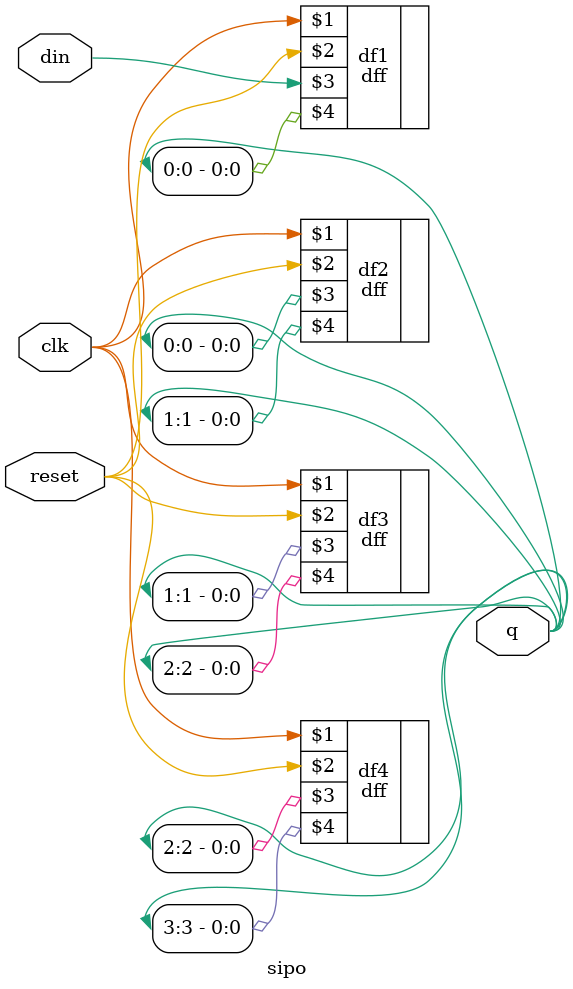
<source format=v>
`timescale 1ns / 1ps

//MSB enter first
module sipo(
    input clk,
    input reset,
    input din,
    output [3:0] q
    );
    
    dff df1(clk , reset , din , q[0]);
    dff df2(clk , reset , q[0] , q[1]);
    dff df3(clk , reset , q[1] , q[2]);
    dff df4(clk , reset , q[2] , q[3]);
    
endmodule

</source>
